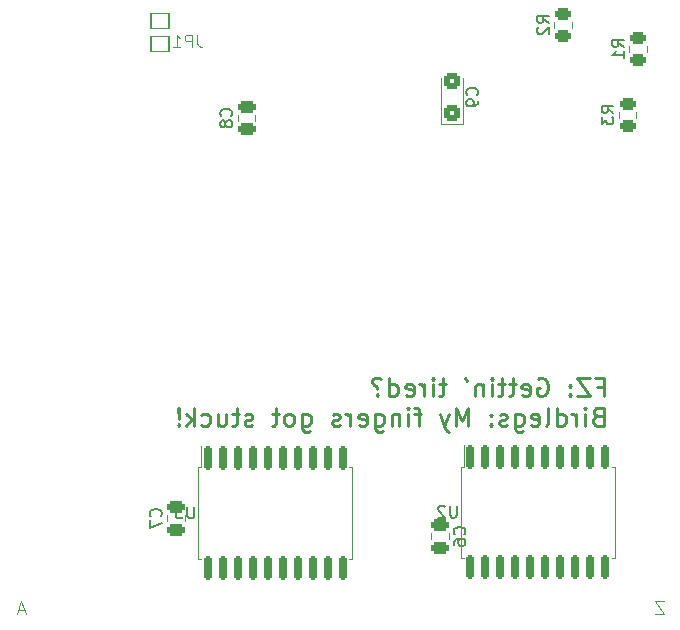
<source format=gbr>
%TF.GenerationSoftware,KiCad,Pcbnew,(6.0.4)*%
%TF.CreationDate,2023-08-14T23:38:21+02:00*%
%TF.ProjectId,TeensyROM,5465656e-7379-4524-9f4d-2e6b69636164,rev?*%
%TF.SameCoordinates,Original*%
%TF.FileFunction,Legend,Bot*%
%TF.FilePolarity,Positive*%
%FSLAX46Y46*%
G04 Gerber Fmt 4.6, Leading zero omitted, Abs format (unit mm)*
G04 Created by KiCad (PCBNEW (6.0.4)) date 2023-08-14 23:38:21*
%MOMM*%
%LPD*%
G01*
G04 APERTURE LIST*
G04 Aperture macros list*
%AMRoundRect*
0 Rectangle with rounded corners*
0 $1 Rounding radius*
0 $2 $3 $4 $5 $6 $7 $8 $9 X,Y pos of 4 corners*
0 Add a 4 corners polygon primitive as box body*
4,1,4,$2,$3,$4,$5,$6,$7,$8,$9,$2,$3,0*
0 Add four circle primitives for the rounded corners*
1,1,$1+$1,$2,$3*
1,1,$1+$1,$4,$5*
1,1,$1+$1,$6,$7*
1,1,$1+$1,$8,$9*
0 Add four rect primitives between the rounded corners*
20,1,$1+$1,$2,$3,$4,$5,0*
20,1,$1+$1,$4,$5,$6,$7,0*
20,1,$1+$1,$6,$7,$8,$9,0*
20,1,$1+$1,$8,$9,$2,$3,0*%
G04 Aperture macros list end*
%ADD10C,0.213360*%
%ADD11C,0.101600*%
%ADD12C,0.150000*%
%ADD13C,0.116840*%
%ADD14C,0.120000*%
%ADD15R,1.800000X1.800000*%
%ADD16C,1.800000*%
%ADD17R,1.700000X1.700000*%
%ADD18O,1.700000X1.700000*%
%ADD19C,3.316000*%
%ADD20C,1.428000*%
%ADD21R,1.428000X1.428000*%
%ADD22RoundRect,0.150000X-0.150000X0.875000X-0.150000X-0.875000X0.150000X-0.875000X0.150000X0.875000X0*%
%ADD23RoundRect,0.250000X0.425000X-0.450000X0.425000X0.450000X-0.425000X0.450000X-0.425000X-0.450000X0*%
%ADD24RoundRect,0.250000X-0.450000X0.262500X-0.450000X-0.262500X0.450000X-0.262500X0.450000X0.262500X0*%
%ADD25C,1.600000*%
%ADD26R,1.600000X1.600000*%
%ADD27R,1.300000X1.300000*%
%ADD28C,1.300000*%
%ADD29C,2.000000*%
%ADD30C,3.251200*%
%ADD31C,1.524000*%
%ADD32C,1.676400*%
%ADD33C,2.235200*%
%ADD34RoundRect,0.250000X-0.475000X0.250000X-0.475000X-0.250000X0.475000X-0.250000X0.475000X0.250000X0*%
%ADD35RoundRect,0.250000X0.475000X-0.250000X0.475000X0.250000X-0.475000X0.250000X-0.475000X-0.250000X0*%
%ADD36RoundRect,0.063500X-0.750000X0.650000X-0.750000X-0.650000X0.750000X-0.650000X0.750000X0.650000X0*%
G04 APERTURE END LIST*
D10*
X170074336Y-108956450D02*
X170595882Y-108956450D01*
X170595882Y-109776023D02*
X170595882Y-108211383D01*
X169850816Y-108211383D01*
X169403776Y-108211383D02*
X168360682Y-108211383D01*
X169403776Y-109776023D01*
X168360682Y-109776023D01*
X167764629Y-109627010D02*
X167690122Y-109701516D01*
X167764629Y-109776023D01*
X167839136Y-109701516D01*
X167764629Y-109627010D01*
X167764629Y-109776023D01*
X167764629Y-108807436D02*
X167690122Y-108881943D01*
X167764629Y-108956450D01*
X167839136Y-108881943D01*
X167764629Y-108807436D01*
X167764629Y-108956450D01*
X165007882Y-108285890D02*
X165156896Y-108211383D01*
X165380416Y-108211383D01*
X165603936Y-108285890D01*
X165752949Y-108434903D01*
X165827456Y-108583916D01*
X165901962Y-108881943D01*
X165901962Y-109105463D01*
X165827456Y-109403490D01*
X165752949Y-109552503D01*
X165603936Y-109701516D01*
X165380416Y-109776023D01*
X165231402Y-109776023D01*
X165007882Y-109701516D01*
X164933376Y-109627010D01*
X164933376Y-109105463D01*
X165231402Y-109105463D01*
X163666762Y-109701516D02*
X163815776Y-109776023D01*
X164113802Y-109776023D01*
X164262816Y-109701516D01*
X164337322Y-109552503D01*
X164337322Y-108956450D01*
X164262816Y-108807436D01*
X164113802Y-108732930D01*
X163815776Y-108732930D01*
X163666762Y-108807436D01*
X163592256Y-108956450D01*
X163592256Y-109105463D01*
X164337322Y-109254476D01*
X163145216Y-108732930D02*
X162549162Y-108732930D01*
X162921696Y-108211383D02*
X162921696Y-109552503D01*
X162847189Y-109701516D01*
X162698176Y-109776023D01*
X162549162Y-109776023D01*
X162251136Y-108732930D02*
X161655082Y-108732930D01*
X162027616Y-108211383D02*
X162027616Y-109552503D01*
X161953109Y-109701516D01*
X161804096Y-109776023D01*
X161655082Y-109776023D01*
X161133536Y-109776023D02*
X161133536Y-108732930D01*
X161133536Y-108211383D02*
X161208042Y-108285890D01*
X161133536Y-108360396D01*
X161059029Y-108285890D01*
X161133536Y-108211383D01*
X161133536Y-108360396D01*
X160388469Y-108732930D02*
X160388469Y-109776023D01*
X160388469Y-108881943D02*
X160313962Y-108807436D01*
X160164949Y-108732930D01*
X159941429Y-108732930D01*
X159792416Y-108807436D01*
X159717909Y-108956450D01*
X159717909Y-109776023D01*
X158898336Y-108211383D02*
X159047349Y-108509410D01*
X157259189Y-108732930D02*
X156663136Y-108732930D01*
X157035669Y-108211383D02*
X157035669Y-109552503D01*
X156961162Y-109701516D01*
X156812149Y-109776023D01*
X156663136Y-109776023D01*
X156141589Y-109776023D02*
X156141589Y-108732930D01*
X156141589Y-108211383D02*
X156216096Y-108285890D01*
X156141589Y-108360396D01*
X156067082Y-108285890D01*
X156141589Y-108211383D01*
X156141589Y-108360396D01*
X155396522Y-109776023D02*
X155396522Y-108732930D01*
X155396522Y-109030956D02*
X155322016Y-108881943D01*
X155247509Y-108807436D01*
X155098496Y-108732930D01*
X154949482Y-108732930D01*
X153831882Y-109701516D02*
X153980896Y-109776023D01*
X154278922Y-109776023D01*
X154427936Y-109701516D01*
X154502442Y-109552503D01*
X154502442Y-108956450D01*
X154427936Y-108807436D01*
X154278922Y-108732930D01*
X153980896Y-108732930D01*
X153831882Y-108807436D01*
X153757376Y-108956450D01*
X153757376Y-109105463D01*
X154502442Y-109254476D01*
X152416256Y-109776023D02*
X152416256Y-108211383D01*
X152416256Y-109701516D02*
X152565269Y-109776023D01*
X152863296Y-109776023D01*
X153012309Y-109701516D01*
X153086816Y-109627010D01*
X153161322Y-109477996D01*
X153161322Y-109030956D01*
X153086816Y-108881943D01*
X153012309Y-108807436D01*
X152863296Y-108732930D01*
X152565269Y-108732930D01*
X152416256Y-108807436D01*
X151447669Y-109627010D02*
X151373162Y-109701516D01*
X151447669Y-109776023D01*
X151522176Y-109701516D01*
X151447669Y-109627010D01*
X151447669Y-109776023D01*
X151745696Y-108285890D02*
X151596682Y-108211383D01*
X151224149Y-108211383D01*
X151075136Y-108285890D01*
X151000629Y-108434903D01*
X151000629Y-108583916D01*
X151075136Y-108732930D01*
X151149642Y-108807436D01*
X151298656Y-108881943D01*
X151373162Y-108956450D01*
X151447669Y-109105463D01*
X151447669Y-109179970D01*
X170074336Y-111475520D02*
X169850816Y-111550026D01*
X169776309Y-111624533D01*
X169701802Y-111773546D01*
X169701802Y-111997066D01*
X169776309Y-112146080D01*
X169850816Y-112220586D01*
X169999829Y-112295093D01*
X170595882Y-112295093D01*
X170595882Y-110730453D01*
X170074336Y-110730453D01*
X169925322Y-110804960D01*
X169850816Y-110879466D01*
X169776309Y-111028480D01*
X169776309Y-111177493D01*
X169850816Y-111326506D01*
X169925322Y-111401013D01*
X170074336Y-111475520D01*
X170595882Y-111475520D01*
X169031242Y-112295093D02*
X169031242Y-111252000D01*
X169031242Y-110730453D02*
X169105749Y-110804960D01*
X169031242Y-110879466D01*
X168956736Y-110804960D01*
X169031242Y-110730453D01*
X169031242Y-110879466D01*
X168286176Y-112295093D02*
X168286176Y-111252000D01*
X168286176Y-111550026D02*
X168211669Y-111401013D01*
X168137162Y-111326506D01*
X167988149Y-111252000D01*
X167839136Y-111252000D01*
X166647029Y-112295093D02*
X166647029Y-110730453D01*
X166647029Y-112220586D02*
X166796042Y-112295093D01*
X167094069Y-112295093D01*
X167243082Y-112220586D01*
X167317589Y-112146080D01*
X167392096Y-111997066D01*
X167392096Y-111550026D01*
X167317589Y-111401013D01*
X167243082Y-111326506D01*
X167094069Y-111252000D01*
X166796042Y-111252000D01*
X166647029Y-111326506D01*
X165678442Y-112295093D02*
X165827456Y-112220586D01*
X165901962Y-112071573D01*
X165901962Y-110730453D01*
X164486336Y-112220586D02*
X164635349Y-112295093D01*
X164933376Y-112295093D01*
X165082389Y-112220586D01*
X165156896Y-112071573D01*
X165156896Y-111475520D01*
X165082389Y-111326506D01*
X164933376Y-111252000D01*
X164635349Y-111252000D01*
X164486336Y-111326506D01*
X164411829Y-111475520D01*
X164411829Y-111624533D01*
X165156896Y-111773546D01*
X163070709Y-111252000D02*
X163070709Y-112518613D01*
X163145216Y-112667626D01*
X163219722Y-112742133D01*
X163368736Y-112816640D01*
X163592256Y-112816640D01*
X163741269Y-112742133D01*
X163070709Y-112220586D02*
X163219722Y-112295093D01*
X163517749Y-112295093D01*
X163666762Y-112220586D01*
X163741269Y-112146080D01*
X163815776Y-111997066D01*
X163815776Y-111550026D01*
X163741269Y-111401013D01*
X163666762Y-111326506D01*
X163517749Y-111252000D01*
X163219722Y-111252000D01*
X163070709Y-111326506D01*
X162400149Y-112220586D02*
X162251136Y-112295093D01*
X161953109Y-112295093D01*
X161804096Y-112220586D01*
X161729589Y-112071573D01*
X161729589Y-111997066D01*
X161804096Y-111848053D01*
X161953109Y-111773546D01*
X162176629Y-111773546D01*
X162325642Y-111699040D01*
X162400149Y-111550026D01*
X162400149Y-111475520D01*
X162325642Y-111326506D01*
X162176629Y-111252000D01*
X161953109Y-111252000D01*
X161804096Y-111326506D01*
X161059029Y-112146080D02*
X160984522Y-112220586D01*
X161059029Y-112295093D01*
X161133536Y-112220586D01*
X161059029Y-112146080D01*
X161059029Y-112295093D01*
X161059029Y-111326506D02*
X160984522Y-111401013D01*
X161059029Y-111475520D01*
X161133536Y-111401013D01*
X161059029Y-111326506D01*
X161059029Y-111475520D01*
X159121856Y-112295093D02*
X159121856Y-110730453D01*
X158600309Y-111848053D01*
X158078762Y-110730453D01*
X158078762Y-112295093D01*
X157482709Y-111252000D02*
X157110176Y-112295093D01*
X156737642Y-111252000D02*
X157110176Y-112295093D01*
X157259189Y-112667626D01*
X157333696Y-112742133D01*
X157482709Y-112816640D01*
X155173002Y-111252000D02*
X154576949Y-111252000D01*
X154949482Y-112295093D02*
X154949482Y-110953973D01*
X154874975Y-110804960D01*
X154725962Y-110730453D01*
X154576949Y-110730453D01*
X154055402Y-112295093D02*
X154055402Y-111252000D01*
X154055402Y-110730453D02*
X154129909Y-110804960D01*
X154055402Y-110879466D01*
X153980895Y-110804960D01*
X154055402Y-110730453D01*
X154055402Y-110879466D01*
X153310335Y-111252000D02*
X153310335Y-112295093D01*
X153310335Y-111401013D02*
X153235829Y-111326506D01*
X153086815Y-111252000D01*
X152863295Y-111252000D01*
X152714282Y-111326506D01*
X152639775Y-111475520D01*
X152639775Y-112295093D01*
X151224149Y-111252000D02*
X151224149Y-112518613D01*
X151298655Y-112667626D01*
X151373162Y-112742133D01*
X151522175Y-112816640D01*
X151745695Y-112816640D01*
X151894709Y-112742133D01*
X151224149Y-112220586D02*
X151373162Y-112295093D01*
X151671189Y-112295093D01*
X151820202Y-112220586D01*
X151894709Y-112146080D01*
X151969215Y-111997066D01*
X151969215Y-111550026D01*
X151894709Y-111401013D01*
X151820202Y-111326506D01*
X151671189Y-111252000D01*
X151373162Y-111252000D01*
X151224149Y-111326506D01*
X149883029Y-112220586D02*
X150032042Y-112295093D01*
X150330069Y-112295093D01*
X150479082Y-112220586D01*
X150553589Y-112071573D01*
X150553589Y-111475520D01*
X150479082Y-111326506D01*
X150330069Y-111252000D01*
X150032042Y-111252000D01*
X149883029Y-111326506D01*
X149808522Y-111475520D01*
X149808522Y-111624533D01*
X150553589Y-111773546D01*
X149137962Y-112295093D02*
X149137962Y-111252000D01*
X149137962Y-111550026D02*
X149063455Y-111401013D01*
X148988949Y-111326506D01*
X148839935Y-111252000D01*
X148690922Y-111252000D01*
X148243882Y-112220586D02*
X148094869Y-112295093D01*
X147796842Y-112295093D01*
X147647829Y-112220586D01*
X147573322Y-112071573D01*
X147573322Y-111997066D01*
X147647829Y-111848053D01*
X147796842Y-111773546D01*
X148020362Y-111773546D01*
X148169375Y-111699040D01*
X148243882Y-111550026D01*
X148243882Y-111475520D01*
X148169375Y-111326506D01*
X148020362Y-111252000D01*
X147796842Y-111252000D01*
X147647829Y-111326506D01*
X145040095Y-111252000D02*
X145040095Y-112518613D01*
X145114602Y-112667626D01*
X145189109Y-112742133D01*
X145338122Y-112816640D01*
X145561642Y-112816640D01*
X145710655Y-112742133D01*
X145040095Y-112220586D02*
X145189109Y-112295093D01*
X145487135Y-112295093D01*
X145636149Y-112220586D01*
X145710655Y-112146080D01*
X145785162Y-111997066D01*
X145785162Y-111550026D01*
X145710655Y-111401013D01*
X145636149Y-111326506D01*
X145487135Y-111252000D01*
X145189109Y-111252000D01*
X145040095Y-111326506D01*
X144071509Y-112295093D02*
X144220522Y-112220586D01*
X144295029Y-112146080D01*
X144369535Y-111997066D01*
X144369535Y-111550026D01*
X144295029Y-111401013D01*
X144220522Y-111326506D01*
X144071509Y-111252000D01*
X143847989Y-111252000D01*
X143698975Y-111326506D01*
X143624469Y-111401013D01*
X143549962Y-111550026D01*
X143549962Y-111997066D01*
X143624469Y-112146080D01*
X143698975Y-112220586D01*
X143847989Y-112295093D01*
X144071509Y-112295093D01*
X143102922Y-111252000D02*
X142506869Y-111252000D01*
X142879402Y-110730453D02*
X142879402Y-112071573D01*
X142804895Y-112220586D01*
X142655882Y-112295093D01*
X142506869Y-112295093D01*
X140867722Y-112220586D02*
X140718709Y-112295093D01*
X140420682Y-112295093D01*
X140271669Y-112220586D01*
X140197162Y-112071573D01*
X140197162Y-111997066D01*
X140271669Y-111848053D01*
X140420682Y-111773546D01*
X140644202Y-111773546D01*
X140793215Y-111699040D01*
X140867722Y-111550026D01*
X140867722Y-111475520D01*
X140793215Y-111326506D01*
X140644202Y-111252000D01*
X140420682Y-111252000D01*
X140271669Y-111326506D01*
X139750122Y-111252000D02*
X139154069Y-111252000D01*
X139526602Y-110730453D02*
X139526602Y-112071573D01*
X139452095Y-112220586D01*
X139303082Y-112295093D01*
X139154069Y-112295093D01*
X137961962Y-111252000D02*
X137961962Y-112295093D01*
X138632522Y-111252000D02*
X138632522Y-112071573D01*
X138558015Y-112220586D01*
X138409002Y-112295093D01*
X138185482Y-112295093D01*
X138036469Y-112220586D01*
X137961962Y-112146080D01*
X136546335Y-112220586D02*
X136695349Y-112295093D01*
X136993375Y-112295093D01*
X137142389Y-112220586D01*
X137216895Y-112146080D01*
X137291402Y-111997066D01*
X137291402Y-111550026D01*
X137216895Y-111401013D01*
X137142389Y-111326506D01*
X136993375Y-111252000D01*
X136695349Y-111252000D01*
X136546335Y-111326506D01*
X135875775Y-112295093D02*
X135875775Y-110730453D01*
X135726762Y-111699040D02*
X135279722Y-112295093D01*
X135279722Y-111252000D02*
X135875775Y-111848053D01*
X134609162Y-112146080D02*
X134534655Y-112220586D01*
X134609162Y-112295093D01*
X134683669Y-112220586D01*
X134609162Y-112146080D01*
X134609162Y-112295093D01*
X134609162Y-111699040D02*
X134683669Y-110804960D01*
X134609162Y-110730453D01*
X134534655Y-110804960D01*
X134609162Y-111699040D01*
X134609162Y-110730453D01*
D11*
%TO.C,J1*%
X175693915Y-127077618D02*
X174914982Y-127077618D01*
X175693915Y-128246018D01*
X174914982Y-128246018D01*
X121582639Y-127912190D02*
X121026258Y-127912190D01*
X121693915Y-128246018D02*
X121304449Y-127077618D01*
X120914982Y-128246018D01*
D12*
%TO.C,U2*%
X158158402Y-119048502D02*
X158158402Y-119858026D01*
X158110783Y-119953264D01*
X158063164Y-120000883D01*
X157967926Y-120048502D01*
X157777450Y-120048502D01*
X157682212Y-120000883D01*
X157634593Y-119953264D01*
X157586974Y-119858026D01*
X157586974Y-119048502D01*
X157158402Y-119143741D02*
X157110783Y-119096122D01*
X157015545Y-119048502D01*
X156777450Y-119048502D01*
X156682212Y-119096122D01*
X156634593Y-119143741D01*
X156586974Y-119238979D01*
X156586974Y-119334217D01*
X156634593Y-119477074D01*
X157206021Y-120048502D01*
X156586974Y-120048502D01*
%TO.C,U3*%
X135935898Y-119115013D02*
X135935898Y-119924537D01*
X135888279Y-120019775D01*
X135840660Y-120067394D01*
X135745422Y-120115013D01*
X135554946Y-120115013D01*
X135459708Y-120067394D01*
X135412089Y-120019775D01*
X135364470Y-119924537D01*
X135364470Y-119115013D01*
X134983517Y-119115013D02*
X134364470Y-119115013D01*
X134697803Y-119495966D01*
X134554946Y-119495966D01*
X134459708Y-119543585D01*
X134412089Y-119591204D01*
X134364470Y-119686442D01*
X134364470Y-119924537D01*
X134412089Y-120019775D01*
X134459708Y-120067394D01*
X134554946Y-120115013D01*
X134840660Y-120115013D01*
X134935898Y-120067394D01*
X134983517Y-120019775D01*
%TO.C,C9*%
X159879242Y-84262933D02*
X159926861Y-84215314D01*
X159974480Y-84072457D01*
X159974480Y-83977219D01*
X159926861Y-83834361D01*
X159831623Y-83739123D01*
X159736385Y-83691504D01*
X159545909Y-83643885D01*
X159403052Y-83643885D01*
X159212576Y-83691504D01*
X159117338Y-83739123D01*
X159022100Y-83834361D01*
X158974480Y-83977219D01*
X158974480Y-84072457D01*
X159022100Y-84215314D01*
X159069719Y-84262933D01*
X159974480Y-84739123D02*
X159974480Y-84929600D01*
X159926861Y-85024838D01*
X159879242Y-85072457D01*
X159736385Y-85167695D01*
X159545909Y-85215314D01*
X159164957Y-85215314D01*
X159069719Y-85167695D01*
X159022100Y-85120076D01*
X158974480Y-85024838D01*
X158974480Y-84834361D01*
X159022100Y-84739123D01*
X159069719Y-84691504D01*
X159164957Y-84643885D01*
X159403052Y-84643885D01*
X159498290Y-84691504D01*
X159545909Y-84739123D01*
X159593528Y-84834361D01*
X159593528Y-85024838D01*
X159545909Y-85120076D01*
X159498290Y-85167695D01*
X159403052Y-85215314D01*
%TO.C,R2*%
X165972480Y-78166933D02*
X165496290Y-77833600D01*
X165972480Y-77595504D02*
X164972480Y-77595504D01*
X164972480Y-77976457D01*
X165020100Y-78071695D01*
X165067719Y-78119314D01*
X165162957Y-78166933D01*
X165305814Y-78166933D01*
X165401052Y-78119314D01*
X165448671Y-78071695D01*
X165496290Y-77976457D01*
X165496290Y-77595504D01*
X165067719Y-78547885D02*
X165020100Y-78595504D01*
X164972480Y-78690742D01*
X164972480Y-78928838D01*
X165020100Y-79024076D01*
X165067719Y-79071695D01*
X165162957Y-79119314D01*
X165258195Y-79119314D01*
X165401052Y-79071695D01*
X165972480Y-78500266D01*
X165972480Y-79119314D01*
%TO.C,C8*%
X139050242Y-86040933D02*
X139097861Y-85993314D01*
X139145480Y-85850457D01*
X139145480Y-85755219D01*
X139097861Y-85612361D01*
X139002623Y-85517123D01*
X138907385Y-85469504D01*
X138716909Y-85421885D01*
X138574052Y-85421885D01*
X138383576Y-85469504D01*
X138288338Y-85517123D01*
X138193100Y-85612361D01*
X138145480Y-85755219D01*
X138145480Y-85850457D01*
X138193100Y-85993314D01*
X138240719Y-86040933D01*
X138574052Y-86612361D02*
X138526433Y-86517123D01*
X138478814Y-86469504D01*
X138383576Y-86421885D01*
X138335957Y-86421885D01*
X138240719Y-86469504D01*
X138193100Y-86517123D01*
X138145480Y-86612361D01*
X138145480Y-86802838D01*
X138193100Y-86898076D01*
X138240719Y-86945695D01*
X138335957Y-86993314D01*
X138383576Y-86993314D01*
X138478814Y-86945695D01*
X138526433Y-86898076D01*
X138574052Y-86802838D01*
X138574052Y-86612361D01*
X138621671Y-86517123D01*
X138669290Y-86469504D01*
X138764528Y-86421885D01*
X138955004Y-86421885D01*
X139050242Y-86469504D01*
X139097861Y-86517123D01*
X139145480Y-86612361D01*
X139145480Y-86802838D01*
X139097861Y-86898076D01*
X139050242Y-86945695D01*
X138955004Y-86993314D01*
X138764528Y-86993314D01*
X138669290Y-86945695D01*
X138621671Y-86898076D01*
X138574052Y-86802838D01*
%TO.C,C6*%
X158793242Y-121473933D02*
X158840861Y-121426314D01*
X158888480Y-121283457D01*
X158888480Y-121188219D01*
X158840861Y-121045361D01*
X158745623Y-120950123D01*
X158650385Y-120902504D01*
X158459909Y-120854885D01*
X158317052Y-120854885D01*
X158126576Y-120902504D01*
X158031338Y-120950123D01*
X157936100Y-121045361D01*
X157888480Y-121188219D01*
X157888480Y-121283457D01*
X157936100Y-121426314D01*
X157983719Y-121473933D01*
X157888480Y-122331076D02*
X157888480Y-122140600D01*
X157936100Y-122045361D01*
X157983719Y-121997742D01*
X158126576Y-121902504D01*
X158317052Y-121854885D01*
X158698004Y-121854885D01*
X158793242Y-121902504D01*
X158840861Y-121950123D01*
X158888480Y-122045361D01*
X158888480Y-122235838D01*
X158840861Y-122331076D01*
X158793242Y-122378695D01*
X158698004Y-122426314D01*
X158459909Y-122426314D01*
X158364671Y-122378695D01*
X158317052Y-122331076D01*
X158269433Y-122235838D01*
X158269433Y-122045361D01*
X158317052Y-121950123D01*
X158364671Y-121902504D01*
X158459909Y-121854885D01*
D13*
%TO.C,JP1*%
X136203641Y-79168655D02*
X136203641Y-79901626D01*
X136252506Y-80048220D01*
X136350235Y-80145950D01*
X136496830Y-80194815D01*
X136594559Y-80194815D01*
X135714994Y-80194815D02*
X135714994Y-79168655D01*
X135324075Y-79168655D01*
X135226346Y-79217520D01*
X135177481Y-79266384D01*
X135128616Y-79364114D01*
X135128616Y-79510708D01*
X135177481Y-79608438D01*
X135226346Y-79657302D01*
X135324075Y-79706167D01*
X135714994Y-79706167D01*
X134151321Y-80194815D02*
X134737698Y-80194815D01*
X134444510Y-80194815D02*
X134444510Y-79168655D01*
X134542239Y-79315249D01*
X134639969Y-79412979D01*
X134737698Y-79461843D01*
D12*
%TO.C,R3*%
X171433480Y-85786933D02*
X170957290Y-85453600D01*
X171433480Y-85215504D02*
X170433480Y-85215504D01*
X170433480Y-85596457D01*
X170481100Y-85691695D01*
X170528719Y-85739314D01*
X170623957Y-85786933D01*
X170766814Y-85786933D01*
X170862052Y-85739314D01*
X170909671Y-85691695D01*
X170957290Y-85596457D01*
X170957290Y-85215504D01*
X170433480Y-86120266D02*
X170433480Y-86739314D01*
X170814433Y-86405980D01*
X170814433Y-86548838D01*
X170862052Y-86644076D01*
X170909671Y-86691695D01*
X171004909Y-86739314D01*
X171243004Y-86739314D01*
X171338242Y-86691695D01*
X171385861Y-86644076D01*
X171433480Y-86548838D01*
X171433480Y-86263123D01*
X171385861Y-86167885D01*
X171338242Y-86120266D01*
%TO.C,R1*%
X172322480Y-80198933D02*
X171846290Y-79865600D01*
X172322480Y-79627504D02*
X171322480Y-79627504D01*
X171322480Y-80008457D01*
X171370100Y-80103695D01*
X171417719Y-80151314D01*
X171512957Y-80198933D01*
X171655814Y-80198933D01*
X171751052Y-80151314D01*
X171798671Y-80103695D01*
X171846290Y-80008457D01*
X171846290Y-79627504D01*
X172322480Y-81151314D02*
X172322480Y-80579885D01*
X172322480Y-80865600D02*
X171322480Y-80865600D01*
X171465338Y-80770361D01*
X171560576Y-80675123D01*
X171608195Y-80579885D01*
%TO.C,C7*%
X133081242Y-119949933D02*
X133128861Y-119902314D01*
X133176480Y-119759457D01*
X133176480Y-119664219D01*
X133128861Y-119521361D01*
X133033623Y-119426123D01*
X132938385Y-119378504D01*
X132747909Y-119330885D01*
X132605052Y-119330885D01*
X132414576Y-119378504D01*
X132319338Y-119426123D01*
X132224100Y-119521361D01*
X132176480Y-119664219D01*
X132176480Y-119759457D01*
X132224100Y-119902314D01*
X132271719Y-119949933D01*
X132176480Y-120283266D02*
X132176480Y-120949933D01*
X133176480Y-120521361D01*
D14*
%TO.C,U2*%
X158506498Y-115736122D02*
X158741498Y-115736122D01*
X158741498Y-115736122D02*
X158741498Y-113921122D01*
X171526498Y-123456122D02*
X171291498Y-123456122D01*
X158506498Y-123456122D02*
X158741498Y-123456122D01*
X158506498Y-119596122D02*
X158506498Y-115736122D01*
X171526498Y-119596122D02*
X171526498Y-123456122D01*
X171526498Y-115736122D02*
X171291498Y-115736122D01*
X158506498Y-119596122D02*
X158506498Y-123456122D01*
X171526498Y-119596122D02*
X171526498Y-115736122D01*
%TO.C,U3*%
X136283994Y-115802633D02*
X136518994Y-115802633D01*
X136518994Y-115802633D02*
X136518994Y-113987633D01*
X149303994Y-123522633D02*
X149068994Y-123522633D01*
X136283994Y-123522633D02*
X136518994Y-123522633D01*
X136283994Y-119662633D02*
X136283994Y-115802633D01*
X149303994Y-119662633D02*
X149303994Y-123522633D01*
X149303994Y-115802633D02*
X149068994Y-115802633D01*
X136283994Y-119662633D02*
X136283994Y-123522633D01*
X149303994Y-119662633D02*
X149303994Y-115802633D01*
%TO.C,C9*%
X158707100Y-86739600D02*
X156837100Y-86739600D01*
X156837100Y-86739600D02*
X156837100Y-82829600D01*
X158707100Y-82829600D02*
X158707100Y-86739600D01*
%TO.C,R2*%
X166435100Y-78106536D02*
X166435100Y-78560664D01*
X167905100Y-78106536D02*
X167905100Y-78560664D01*
%TO.C,C8*%
X139638100Y-85946348D02*
X139638100Y-86468852D01*
X141108100Y-85946348D02*
X141108100Y-86468852D01*
%TO.C,C6*%
X156021100Y-121901852D02*
X156021100Y-121379348D01*
X157491100Y-121901852D02*
X157491100Y-121379348D01*
%TO.C,R3*%
X173366100Y-85726536D02*
X173366100Y-86180664D01*
X171896100Y-85726536D02*
X171896100Y-86180664D01*
%TO.C,R1*%
X174255100Y-80138536D02*
X174255100Y-80592664D01*
X172785100Y-80138536D02*
X172785100Y-80592664D01*
%TO.C,C7*%
X133669100Y-119855348D02*
X133669100Y-120377852D01*
X135139100Y-119855348D02*
X135139100Y-120377852D01*
%TD*%
%LPC*%
%TO.C,J1*%
G36*
X177304449Y-139301657D02*
G01*
X119304449Y-139301657D01*
X119304449Y-130301657D01*
X177304449Y-130301657D01*
X177304449Y-139301657D01*
G37*
%TO.C,JP1*%
G36*
X133261100Y-79168500D02*
G01*
X132753100Y-79168500D01*
X132753100Y-78768700D01*
X133261100Y-78768700D01*
X133261100Y-79168500D01*
G37*
%TD*%
D15*
%TO.C,D1*%
X164262566Y-74259229D03*
D16*
X166802566Y-74259229D03*
%TD*%
D17*
%TO.C,J4*%
X177051100Y-86827600D03*
D18*
X177051100Y-84287600D03*
X177051100Y-81747600D03*
%TD*%
D19*
%TO.C,J2*%
X147893176Y-77697037D03*
X161033176Y-77697037D03*
D20*
X150963176Y-80407037D03*
X153463176Y-80407037D03*
X155463176Y-80407037D03*
D21*
X157963176Y-80407037D03*
%TD*%
D22*
%TO.C,U2*%
X159301498Y-114946122D03*
X160571498Y-114946122D03*
X161841498Y-114946122D03*
X163111498Y-114946122D03*
X164381498Y-114946122D03*
X165651498Y-114946122D03*
X166921498Y-114946122D03*
X168191498Y-114946122D03*
X169461498Y-114946122D03*
X170731498Y-114946122D03*
X170731498Y-124246122D03*
X169461498Y-124246122D03*
X168191498Y-124246122D03*
X166921498Y-124246122D03*
X165651498Y-124246122D03*
X164381498Y-124246122D03*
X163111498Y-124246122D03*
X161841498Y-124246122D03*
X160571498Y-124246122D03*
X159301498Y-124246122D03*
%TD*%
%TO.C,U3*%
X137078994Y-115012633D03*
X138348994Y-115012633D03*
X139618994Y-115012633D03*
X140888994Y-115012633D03*
X142158994Y-115012633D03*
X143428994Y-115012633D03*
X144698994Y-115012633D03*
X145968994Y-115012633D03*
X147238994Y-115012633D03*
X148508994Y-115012633D03*
X148508994Y-124312633D03*
X147238994Y-124312633D03*
X145968994Y-124312633D03*
X144698994Y-124312633D03*
X143428994Y-124312633D03*
X142158994Y-124312633D03*
X140888994Y-124312633D03*
X139618994Y-124312633D03*
X138348994Y-124312633D03*
X137078994Y-124312633D03*
%TD*%
D23*
%TO.C,C9*%
X157772100Y-85779600D03*
X157772100Y-83079600D03*
%TD*%
D24*
%TO.C,R2*%
X167170100Y-77421100D03*
X167170100Y-79246100D03*
%TD*%
D25*
%TO.C,U1*%
X121833358Y-93557900D03*
X135752558Y-103207100D03*
X133212558Y-103207100D03*
X130672558Y-103207100D03*
X128132558Y-103207100D03*
D26*
X125592558Y-103207100D03*
D25*
X119293358Y-91017900D03*
X121833358Y-91017900D03*
X124373358Y-91017900D03*
X126913358Y-91017900D03*
X129453358Y-91017900D03*
X131993358Y-91017900D03*
X134533358Y-91017900D03*
X137073358Y-91017900D03*
X139613358Y-91017900D03*
X142153358Y-91017900D03*
X144693358Y-91017900D03*
X147233358Y-91017900D03*
X149773358Y-91017900D03*
X152313358Y-91017900D03*
D26*
X119293358Y-106257900D03*
D25*
X121833358Y-106257900D03*
X124373358Y-106257900D03*
X126913358Y-106257900D03*
X129453358Y-106257900D03*
X131993358Y-106257900D03*
X134533358Y-106257900D03*
X137073358Y-106257900D03*
X139613358Y-106257900D03*
X142153358Y-106257900D03*
X144693358Y-106257900D03*
X147233358Y-106257900D03*
X149773358Y-106257900D03*
X154853358Y-91017900D03*
X157393358Y-91017900D03*
X159933358Y-91017900D03*
X162473358Y-91017900D03*
X165013358Y-91017900D03*
X167553358Y-91017900D03*
X170093358Y-91017900D03*
X172633358Y-91017900D03*
X175173358Y-91017900D03*
X177713358Y-91017900D03*
X177713358Y-106257900D03*
X175173358Y-106257900D03*
X172633358Y-106257900D03*
X170093358Y-106257900D03*
X152313358Y-106257900D03*
X154853358Y-106257900D03*
X157393358Y-106257900D03*
X167553358Y-106257900D03*
X165013358Y-106257900D03*
X162473358Y-106257900D03*
X159933358Y-106257900D03*
D27*
X132263358Y-93456300D03*
D28*
X134263358Y-93456300D03*
X132263358Y-95456300D03*
X134263358Y-95456300D03*
X134263358Y-97456300D03*
X132263358Y-97456300D03*
D25*
X165013358Y-103717900D03*
X165013358Y-101177900D03*
X165013358Y-98637900D03*
X165013358Y-96097900D03*
X165013358Y-93557900D03*
D28*
X120023358Y-99907900D03*
X120023358Y-97367900D03*
%TD*%
D26*
%TO.C,C1*%
X121450100Y-79603600D03*
D25*
X121450100Y-77103600D03*
%TD*%
D29*
%TO.C,S1*%
X170533649Y-72824288D03*
X177033649Y-72824288D03*
X177033649Y-77324288D03*
X170533649Y-77324288D03*
%TD*%
D30*
%TO.C,J3*%
X127546100Y-78282800D03*
X138976100Y-78282800D03*
D31*
X137706100Y-84658200D03*
X136436100Y-87198200D03*
X135166100Y-84658200D03*
X133896100Y-87198200D03*
X132626100Y-84658200D03*
X131356100Y-87198200D03*
X130086100Y-84658200D03*
X128816100Y-87198200D03*
D32*
X139585700Y-73202800D03*
X137045700Y-74930000D03*
X129476500Y-73228200D03*
X126936500Y-74930000D03*
D33*
X141135100Y-81356200D03*
X125387100Y-81356200D03*
%TD*%
D26*
%TO.C,C2*%
X121450100Y-85953600D03*
D25*
X121450100Y-83453600D03*
%TD*%
D34*
%TO.C,C8*%
X140373100Y-85257600D03*
X140373100Y-87157600D03*
%TD*%
D35*
%TO.C,C6*%
X156756100Y-122590600D03*
X156756100Y-120690600D03*
%TD*%
D36*
%TO.C,JP1*%
X133007100Y-78018600D03*
X133007100Y-79918600D03*
%TD*%
D24*
%TO.C,R3*%
X172631100Y-85041100D03*
X172631100Y-86866100D03*
%TD*%
%TO.C,R1*%
X173520100Y-79453100D03*
X173520100Y-81278100D03*
%TD*%
D34*
%TO.C,C7*%
X134404100Y-119166600D03*
X134404100Y-121066600D03*
%TD*%
M02*

</source>
